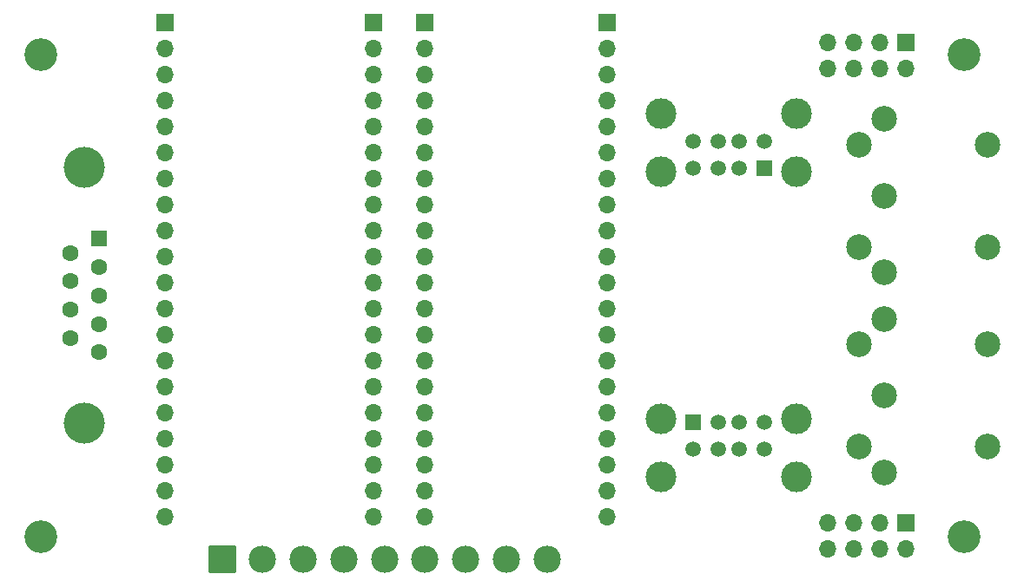
<source format=gbs>
G04 #@! TF.GenerationSoftware,KiCad,Pcbnew,8.0.8*
G04 #@! TF.CreationDate,2025-02-03T03:21:26+01:00*
G04 #@! TF.ProjectId,MiSTeryShield20kRPiPico,4d695354-6572-4795-9368-69656c643230,V1*
G04 #@! TF.SameCoordinates,Original*
G04 #@! TF.FileFunction,Soldermask,Bot*
G04 #@! TF.FilePolarity,Negative*
%FSLAX46Y46*%
G04 Gerber Fmt 4.6, Leading zero omitted, Abs format (unit mm)*
G04 Created by KiCad (PCBNEW 8.0.8) date 2025-02-03 03:21:26*
%MOMM*%
%LPD*%
G01*
G04 APERTURE LIST*
G04 Aperture macros list*
%AMRoundRect*
0 Rectangle with rounded corners*
0 $1 Rounding radius*
0 $2 $3 $4 $5 $6 $7 $8 $9 X,Y pos of 4 corners*
0 Add a 4 corners polygon primitive as box body*
4,1,4,$2,$3,$4,$5,$6,$7,$8,$9,$2,$3,0*
0 Add four circle primitives for the rounded corners*
1,1,$1+$1,$2,$3*
1,1,$1+$1,$4,$5*
1,1,$1+$1,$6,$7*
1,1,$1+$1,$8,$9*
0 Add four rect primitives between the rounded corners*
20,1,$1+$1,$2,$3,$4,$5,0*
20,1,$1+$1,$4,$5,$6,$7,0*
20,1,$1+$1,$6,$7,$8,$9,0*
20,1,$1+$1,$8,$9,$2,$3,0*%
G04 Aperture macros list end*
%ADD10R,1.700000X1.700000*%
%ADD11O,1.700000X1.700000*%
%ADD12RoundRect,0.063500X1.270000X1.270000X-1.270000X1.270000X-1.270000X-1.270000X1.270000X-1.270000X0*%
%ADD13C,2.667000*%
%ADD14C,3.200000*%
%ADD15C,4.000000*%
%ADD16R,1.600000X1.600000*%
%ADD17C,1.600000*%
%ADD18C,2.500000*%
%ADD19R,1.500000X1.500000*%
%ADD20C,1.500000*%
%ADD21C,3.000000*%
G04 APERTURE END LIST*
D10*
X132122000Y-40390000D03*
D11*
X132122000Y-42930000D03*
X132122000Y-45470000D03*
X132122000Y-48010000D03*
X132122000Y-50550000D03*
X132122000Y-53090000D03*
X132122000Y-55630000D03*
X132122000Y-58170000D03*
X132122000Y-60710000D03*
X132122000Y-63250000D03*
X132122000Y-65790000D03*
X132122000Y-68330000D03*
X132122000Y-70870000D03*
X132122000Y-73410000D03*
X132122000Y-75950000D03*
X132122000Y-78490000D03*
X132122000Y-81030000D03*
X132122000Y-83570000D03*
X132122000Y-86110000D03*
X132122000Y-88650000D03*
D10*
X114341000Y-40400000D03*
D11*
X114341000Y-42940000D03*
X114341000Y-45480000D03*
X114341000Y-48020000D03*
X114341000Y-50560000D03*
X114341000Y-53100000D03*
X114341000Y-55640000D03*
X114341000Y-58180000D03*
X114341000Y-60720000D03*
X114341000Y-63260000D03*
X114341000Y-65800000D03*
X114341000Y-68340000D03*
X114341000Y-70880000D03*
X114341000Y-73420000D03*
X114341000Y-75960000D03*
X114341000Y-78500000D03*
X114341000Y-81040000D03*
X114341000Y-83580000D03*
X114341000Y-86120000D03*
X114341000Y-88660000D03*
D10*
X109342000Y-40390000D03*
D11*
X109342000Y-42930000D03*
X109342000Y-45470000D03*
X109342000Y-48010000D03*
X109342000Y-50550000D03*
X109342000Y-53090000D03*
X109342000Y-55630000D03*
X109342000Y-58170000D03*
X109342000Y-60710000D03*
X109342000Y-63250000D03*
X109342000Y-65790000D03*
X109342000Y-68330000D03*
X109342000Y-70870000D03*
X109342000Y-73410000D03*
X109342000Y-75950000D03*
X109342000Y-78490000D03*
X109342000Y-81030000D03*
X109342000Y-83570000D03*
X109342000Y-86110000D03*
X109342000Y-88650000D03*
D10*
X89022000Y-40390000D03*
D11*
X89022000Y-42930000D03*
X89022000Y-45470000D03*
X89022000Y-48010000D03*
X89022000Y-50550000D03*
X89022000Y-53090000D03*
X89022000Y-55630000D03*
X89022000Y-58170000D03*
X89022000Y-60710000D03*
X89022000Y-63250000D03*
X89022000Y-65790000D03*
X89022000Y-68330000D03*
X89022000Y-70870000D03*
X89022000Y-73410000D03*
X89022000Y-75950000D03*
X89022000Y-78490000D03*
X89022000Y-81030000D03*
X89022000Y-83570000D03*
X89022000Y-86110000D03*
X89022000Y-88650000D03*
D12*
X94552000Y-92850000D03*
D13*
X98512000Y-92850000D03*
X102472000Y-92850000D03*
X106432000Y-92850000D03*
X110392000Y-92850000D03*
X114352000Y-92850000D03*
X118312000Y-92850000D03*
X122272000Y-92850000D03*
X126232000Y-92850000D03*
D10*
X161232000Y-42400000D03*
D11*
X161232000Y-44940000D03*
X158692000Y-42400000D03*
X158692000Y-44940000D03*
X156152000Y-42400000D03*
X156152000Y-44940000D03*
X153612000Y-42400000D03*
X153612000Y-44940000D03*
D14*
X166892000Y-90600000D03*
D15*
X81152331Y-54590000D03*
X81152331Y-79590000D03*
D16*
X82572331Y-61550000D03*
D17*
X82572331Y-64320000D03*
X82572331Y-67090000D03*
X82572331Y-69860000D03*
X82572331Y-72630000D03*
X79732331Y-62935000D03*
X79732331Y-65705000D03*
X79732331Y-68475000D03*
X79732331Y-71245000D03*
D10*
X161212000Y-89250000D03*
D11*
X161212000Y-91790000D03*
X158672000Y-89250000D03*
X158672000Y-91790000D03*
X156132000Y-89250000D03*
X156132000Y-91790000D03*
X153592000Y-89250000D03*
X153592000Y-91790000D03*
D14*
X166892000Y-43600000D03*
D18*
X159142000Y-69350000D03*
X159142000Y-76850000D03*
X159142000Y-84350000D03*
X156642000Y-71850000D03*
X156642000Y-81850000D03*
X169142000Y-81850000D03*
X169142000Y-71850000D03*
X159142000Y-49850000D03*
X159142000Y-57350000D03*
X159142000Y-64850000D03*
X156642000Y-52350000D03*
X156642000Y-62350000D03*
X169142000Y-62350000D03*
X169142000Y-52350000D03*
D19*
X147442000Y-54680000D03*
D20*
X144942000Y-54680000D03*
X142942000Y-54680000D03*
X140442000Y-54680000D03*
X147442000Y-52060000D03*
X144942000Y-52060000D03*
X142942000Y-52060000D03*
X140442000Y-52060000D03*
D21*
X150512000Y-55030000D03*
X150512000Y-49350000D03*
X137372000Y-55030000D03*
X137372000Y-49350000D03*
D14*
X76892000Y-43600000D03*
X76892000Y-90600000D03*
D19*
X140442000Y-79470000D03*
D20*
X142942000Y-79470000D03*
X144942000Y-79470000D03*
X147442000Y-79470000D03*
X140442000Y-82090000D03*
X142942000Y-82090000D03*
X144942000Y-82090000D03*
X147442000Y-82090000D03*
D21*
X137372000Y-79120000D03*
X137372000Y-84800000D03*
X150512000Y-79120000D03*
X150512000Y-84800000D03*
M02*

</source>
